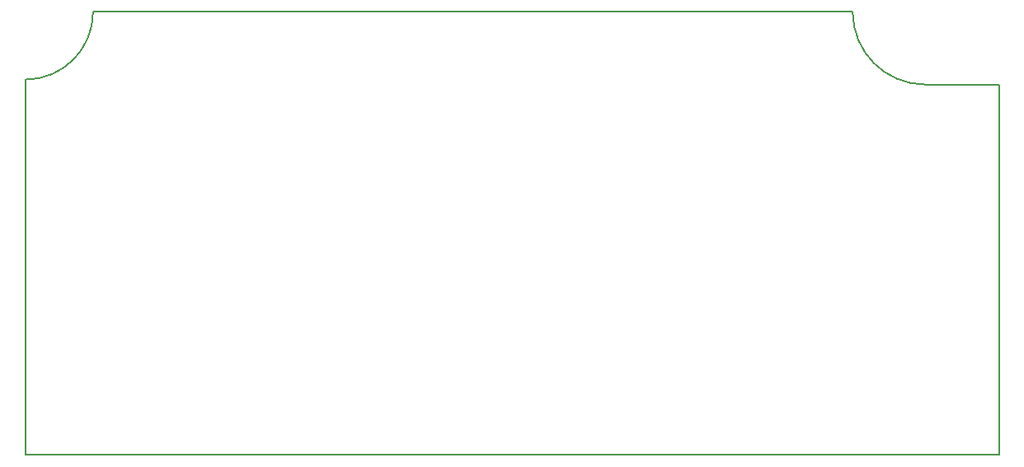
<source format=gbr>
G04 #@! TF.GenerationSoftware,KiCad,Pcbnew,5.1.4*
G04 #@! TF.CreationDate,2019-08-27T14:39:49-04:00*
G04 #@! TF.ProjectId,siot-gateway-particle,73696f74-2d67-4617-9465-7761792d7061,rev?*
G04 #@! TF.SameCoordinates,Original*
G04 #@! TF.FileFunction,Profile,NP*
%FSLAX46Y46*%
G04 Gerber Fmt 4.6, Leading zero omitted, Abs format (unit mm)*
G04 Created by KiCad (PCBNEW 5.1.4) date 2019-08-27 14:39:49*
%MOMM*%
%LPD*%
G04 APERTURE LIST*
%ADD10C,0.200000*%
G04 APERTURE END LIST*
D10*
X192000000Y-79174042D02*
X192000000Y-117250000D01*
X92000000Y-78666042D02*
X92000000Y-117250000D01*
X98951994Y-71714048D02*
X176956499Y-71714048D01*
X192000000Y-79174042D02*
X184416493Y-79174042D01*
X92000000Y-117250000D02*
X192000000Y-117250000D01*
X98951994Y-71714048D02*
G75*
G02X92000000Y-78666042I-6951994J0D01*
G01*
X184416493Y-79174042D02*
G75*
G02X176956499Y-71714048I0J7459994D01*
G01*
M02*

</source>
